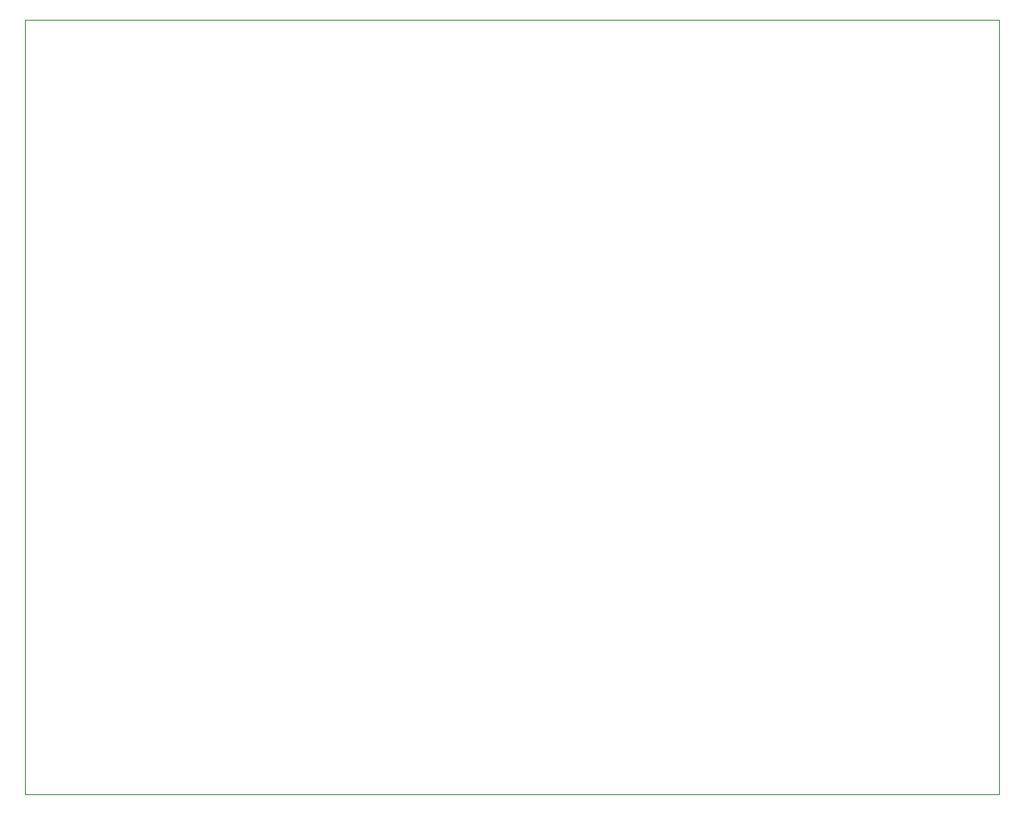
<source format=gm1>
G04 #@! TF.GenerationSoftware,KiCad,Pcbnew,(6.0.1)*
G04 #@! TF.CreationDate,2022-02-28T18:52:36-05:00*
G04 #@! TF.ProjectId,klxecu,6b6c7865-6375-42e6-9b69-6361645f7063,rev?*
G04 #@! TF.SameCoordinates,Original*
G04 #@! TF.FileFunction,Profile,NP*
%FSLAX46Y46*%
G04 Gerber Fmt 4.6, Leading zero omitted, Abs format (unit mm)*
G04 Created by KiCad (PCBNEW (6.0.1)) date 2022-02-28 18:52:36*
%MOMM*%
%LPD*%
G01*
G04 APERTURE LIST*
G04 #@! TA.AperFunction,Profile*
%ADD10C,0.100000*%
G04 #@! TD*
G04 APERTURE END LIST*
D10*
X39370000Y-36830000D02*
X135255000Y-36830000D01*
X135255000Y-36830000D02*
X135255000Y-113030000D01*
X135255000Y-113030000D02*
X39370000Y-113030000D01*
X39370000Y-113030000D02*
X39370000Y-36830000D01*
M02*

</source>
